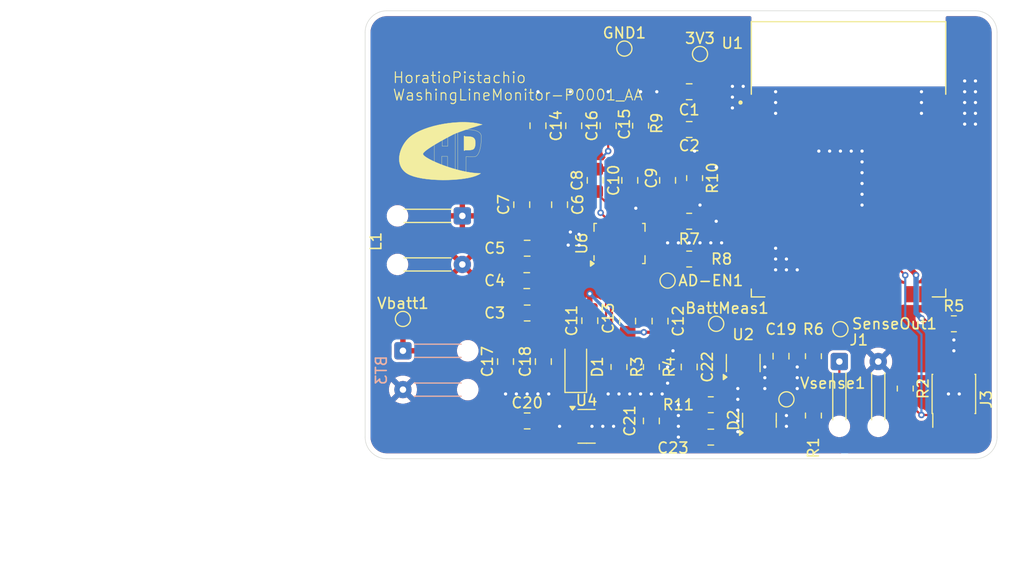
<source format=kicad_pcb>
(kicad_pcb (version 20241229) (generator "pcbnew") (generator_version "9.0")
  (title_block (title "WashingLineMonitor-P0001") (date "2025-09-14") (rev "AB") (company "Horatio Pistachio") (comment 1 "AA - Original") (comment 2 "AB - Updated from AI review"))
  (layers (0 "F.Cu" signal) (2 "B.Cu" signal) (13 "F.Paste" user) (15 "B.Paste" user) (5 "F.SilkS" user "F.Silkscreen") (7 "B.SilkS" user "B.Silkscreen") (1 "F.Mask" user) (3 "B.Mask" user) (25 "Edge.Cuts" user))
  (net 0 "")
  (net 1 "Vbatt")
  (net 2 "GND")
  (net 3 "3V3")
  (net 4 "Net-(C3-Pad1)")
  (net 5 "Net-(U6-AC1)")
  (net 6 "Net-(C6-Pad1)")
  (net 7 "Net-(U6-AC2)")
  (net 8 "Net-(U6-BOOT2)")
  (net 9 "Net-(U6-COMM2)")
  (net 10 "Net-(U6-CLAMP2)")
  (net 11 "Net-(U6-BOOT1)")
  (net 12 "Net-(U6-COMM1)")
  (net 13 "Net-(U6-CLAMP1)")
  (net 14 "Net-(U6-RECT)")
  (net 15 "Net-(D1-K)")
  (net 16 "TXD0")
  (net 17 "ESP_BOOT")
  (net 18 "RXD0")
  (net 19 "ESP_EN")
  (net 20 "SENSOR_PWR")
  (net 21 "Battery_Voltage")
  (net 22 "Net-(U6-ILIM)")
  (net 23 "Net-(U6-TERM)")
  (net 24 "NTC_BATT")
  (net 25 "Net-(U6-~{AD-EN})")
  (net 33 "QI_EN2")
  (net 35 "OP_AMP_POWER")
  (net 37 "SENSOR_OUTPUT")
  (net 39 "CHARGE_STATUS")
  (net 59 "Net-(U2--)")
  (net 60 "/Moisture Sensor/Vsens")
  (footprint "Resistor_SMD:R_0805_2012Metric_Pad1.20x1.40mm_HandSolder" (layer "F.Cu") (at 78.5 51.5 -90)
    (property "Reference" "R1")
    (property "Value" "500k")
  )
  (footprint "Capacitor_SMD:C_0805_2012Metric_Pad1.18x1.45mm_HandSolder" (layer "F.Cu") (at 67 21.5 180)
    (property "Reference" "C1")
    (property "Value" "22uF")
  )
  (footprint "Capacitor_SMD:C_0805_2012Metric_Pad1.18x1.45mm_HandSolder" (layer "F.Cu") (at 53.5 46.5 90)
    (property "Reference" "C18")
    (property "Value" "1uF")
  )
  (footprint "Capacitor_SMD:C_0805_2012Metric_Pad1.18x1.45mm_HandSolder" (layer "F.Cu") (at 52 36)
    (property "Reference" "C5")
    (property "Value" "10uF")
  )
  (footprint "Capacitor_SMD:C_0805_2012Metric_Pad1.18x1.45mm_HandSolder" (layer "F.Cu") (at 65 29.71 90)
    (property "Reference" "C9")
    (property "Value" "470nF")
  )
  (footprint "TestPoint:TestPoint_Pad_D1.0mm" (layer "F.Cu") (at 69.5 43)
    (property "Reference" "BattMeas1")
    (property "Value" "TestPoint")
  )
  (footprint "Capacitor_SMD:C_0805_2012Metric_Pad1.18x1.45mm_HandSolder" (layer "F.Cu") (at 75.5 46 -90)
    (property "Reference" "C19")
    (property "Value" "100nF")
  )
  (footprint "Capacitor_SMD:C_0805_2012Metric_Pad1.18x1.45mm_HandSolder" (layer "F.Cu") (at 69 53.5 180)
    (property "Reference" "C23")
    (property "Value" "100nF")
  )
  (footprint "Capacitor_SMD:C_0805_2012Metric_Pad1.18x1.45mm_HandSolder" (layer "F.Cu") (at 67 47 -90)
    (property "Reference" "C22")
    (property "Value" "10nF")
  )
  (footprint "Resistor_SMD:R_0805_2012Metric_Pad1.20x1.40mm_HandSolder" (layer "F.Cu") (at 62.5 24.65 90)
    (property "Reference" "R9")
    (property "Value" "20k")
  )
  (footprint "Resistor_SMD:R_0805_2012Metric_Pad1.20x1.40mm_HandSolder" (layer "F.Cu") (at 60.5 47 -90)
    (property "Reference" "R3")
    (property "Value" "500k")
  )
  (footprint "TestPoint:TestPoint_Pad_D1.0mm" (layer "F.Cu") (at 81 43.5)
    (property "Reference" "SenseOut1")
    (property "Value" "TestPoint")
  )
  (footprint "Package_DFN_QFN:Texas_VQFN-RHL-20" (layer "F.Cu") (at 60.55 35.56 90)
    (property "Reference" "U6")
    (property "Value" "BQ51050BRHL")
  )
  (footprint "Capacitor_SMD:C_0805_2012Metric_Pad1.18x1.45mm_HandSolder" (layer "F.Cu") (at 52 42)
    (property "Reference" "C3")
    (property "Value" "4.7uF")
  )
  (footprint "Resistor_SMD:R_0805_2012Metric_Pad1.20x1.40mm_HandSolder" (layer "F.Cu") (at 87 49 -90)
    (property "Reference" "R2")
    (property "Value" "10k")
  )
  (footprint "TestPoint:TestPoint_Pad_D1.0mm" (layer "F.Cu") (at 40.5 42.55)
    (property "Reference" "Vbatt1")
    (property "Value" "TestPoint")
  )
  (footprint "Capacitor_SMD:C_0805_2012Metric_Pad1.18x1.45mm_HandSolder" (layer "F.Cu") (at 57.8 42.71 90)
    (property "Reference" "C11")
    (property "Value" "10nF")
  )
  (footprint "Capacitor_SMD:C_0805_2012Metric_Pad1.18x1.45mm_HandSolder" (layer "F.Cu") (at 61.3 42.7475 -90)
    (property "Reference" "C13")
    (property "Value" "22nF")
  )
  (footprint "Diode_SMD:D_SOD-123" (layer "F.Cu") (at 56.5 47 90)
    (property "Reference" "D1")
    (property "Value" "MBR0530")
  )
  (footprint "Connector_Wire:SolderWire-0.1sqmm_1x02_P3.6mm_D0.4mm_OD1mm_Relief" (layer "F.Cu") (at 80.9 46.5)
    (property "Reference" "J1")
    (property "Value" "Conn_01x02_Socket")
  )
  (footprint "Resistor_SMD:R_0805_2012Metric_Pad1.20x1.40mm_HandSolder" (layer "F.Cu") (at 67.5 29.5 -90)
    (property "Reference" "R10")
    (property "Value" "10k")
  )
  (footprint "TestPoint:TestPoint_Pad_D1.0mm" (layer "F.Cu") (at 68 18)
    (property "Reference" "3V3")
    (property "Value" "TestPoint")
  )
  (footprint "TestPoint:TestPoint_Pad_D1.0mm" (layer "F.Cu") (at 76 50)
    (property "Reference" "Vsense1")
    (property "Value" "TestPoint")
  )
  (footprint "Capacitor_SMD:C_0805_2012Metric_Pad1.18x1.45mm_HandSolder" (layer "F.Cu") (at 53 24.65 -90)
    (property "Reference" "C14")
    (property "Value" "10uF")
  )
  (footprint "Capacitor_SMD:C_0805_2012Metric_Pad1.18x1.45mm_HandSolder" (layer "F.Cu") (at 67 25 180)
    (property "Reference" "C2")
    (property "Value" "100nF")
  )
  (footprint "Capacitor_SMD:C_0805_2012Metric_Pad1.18x1.45mm_HandSolder" (layer "F.Cu") (at 51.9625 39)
    (property "Reference" "C4")
    (property "Value" "4.7uF")
  )
  (footprint "Resistor_SMD:R_0805_2012Metric_Pad1.20x1.40mm_HandSolder" (layer "F.Cu") (at 69 50.5)
    (property "Reference" "R11")
    (property "Value" "500k")
  )
  (footprint "TestPoint:TestPoint_Pad_D1.0mm" (layer "F.Cu") (at 61 17.5)
    (property "Reference" "GND1")
    (property "Value" "TestPoint")
  )
  (footprint "TestPoint:TestPoint_Pad_D1.0mm" (layer "F.Cu") (at 65 39)
    (property "Reference" "AD-EN1")
    (property "Value" "TestPoint")
  )
  (footprint "Resistor_SMD:R_0805_2012Metric_Pad1.20x1.40mm_HandSolder" (layer "F.Cu") (at 91.5 43)
    (property "Reference" "R5")
    (property "Value" "10k")
  )
  (footprint "Capacitor_SMD:C_0805_2012Metric_Pad1.18x1.45mm_HandSolder" (layer "F.Cu") (at 51.5 31.9625 90)
    (property "Reference" "C7")
    (property "Value" "1nF")
  )
  (footprint "Resistor_SMD:R_0805_2012Metric_Pad1.20x1.40mm_HandSolder" (layer "F.Cu") (at 78.5 46 90)
    (property "Reference" "R6")
    (property "Value" "100")
  )
  (footprint "Package_TO_SOT_SMD:SOT-23-5" (layer "F.Cu") (at 72 46.6375 90)
    (property "Reference" "U2")
    (property "Value" "TLV2371DBV")
  )
  (footprint "Capacitor_SMD:C_0805_2012Metric_Pad1.18x1.45mm_HandSolder" (layer "F.Cu") (at 50 46.5 90)
    (property "Reference" "C17")
    (property "Value" "100nF")
  )
  (footprint "Capacitor_SMD:C_0805_2012Metric_Pad1.18x1.45mm_HandSolder" (layer "F.Cu") (at 55 31.9625 -90)
    (property "Reference" "C6")
    (property "Value" "1nF")
  )
  (footprint "Capacitor_SMD:C_0805_2012Metric_Pad1.18x1.45mm_HandSolder" (layer "F.Cu") (at 52 52)
    (property "Reference" "C20")
    (property "Value" "1uF")
  )
  (footprint "Capacitor_SMD:C_0805_2012Metric_Pad1.18x1.45mm_HandSolder" (layer "F.Cu") (at 59.5 24.65 -90)
    (property "Reference" "C15")
    (property "Value" "10uF")
  )
  (footprint "Capacitor_SMD:C_0805_2012Metric_Pad1.18x1.45mm_HandSolder" (layer "F.Cu") (at 63.5 52 -90)
    (property "Reference" "C21")
    (property "Value" "1uF")
  )
  (footprint "Resistor_SMD:R_0805_2012Metric_Pad1.20x1.40mm_HandSolder" (layer "F.Cu") (at 63.5 47 -90)
    (property "Reference" "R4")
    (property "Value" "500k")
  )
  (footprint "Resistor_SMD:R_0805_2012Metric_Pad1.20x1.40mm_HandSolder" (layer "F.Cu") (at 67 37 180)
    (property "Reference" "R8")
    (property "Value" "2.4k")
  )
  (footprint "Capacitor_SMD:C_0805_2012Metric_Pad1.18x1.45mm_HandSolder" (layer "F.Cu") (at 64.3 42.7475 -90)
    (property "Reference" "C12")
    (property "Value" "470nF")
  )
  (footprint "Capacitor_SMD:C_0805_2012Metric_Pad1.18x1.45mm_HandSolder" (layer "F.Cu") (at 61.5 29.71 90)
    (property "Reference" "C10")
    (property "Value" "22nF")
  )
  (footprint "Package_TO_SOT_SMD:SOT-23-5" (layer "F.Cu") (at 57.5 52.5)
    (property "Reference" "U4")
    (property "Value" "AP2112K-3.3")
  )
  (footprint "Capacitor_SMD:C_0805_2012Metric_Pad1.18x1.45mm_HandSolder" (layer "F.Cu") (at 56.31 24.65 -90)
    (property "Reference" "C16")
    (property "Value" "100nF")
  )
  (footprint "Connector_PinHeader_1.27mm:PinHeader_2x03_P1.27mm_Vertical_SMD" (layer "F.Cu") (at 91.5 49.5 90)
    (property "Reference" "J3")
    (property "Value" "Conn_02x03_Odd_Even")
  )
  (footprint "Hydro_footprints:ESP32-S2-SOLO-N4" (layer "F.Cu") (at 81.75 27.76)
    (property "Reference" "U1")
    (property "Value" "ESP32-S2-SOLO-2-N4")
  )
  (footprint "Package_TO_SOT_SMD:SOT-23" (layer "F.Cu") (at 73.5 51.9375 90)
    (property "Reference" "D2")
    (property "Value" "BZX84C3V3-7-F")
  )
  (footprint "Connector_Wire:SolderWire-0.1sqmm_1x02_P3.6mm_D0.4mm_OD1mm_Relief" (layer "F.Cu") (at 46 33 -90)
    (property "Reference" "L1")
    (property "Value" "WR483245-15F5-G")
  )
  (footprint "Capacitor_SMD:C_0805_2012Metric_Pad1.18x1.45mm_HandSolder" (layer "F.Cu") (at 58.3 29.71 90)
    (property "Reference" "C8")
    (property "Value" "10nF")
  )
  (footprint "Resistor_SMD:R_0805_2012Metric_Pad1.20x1.40mm_HandSolder" (layer "F.Cu") (at 67 33.5 180)
    (property "Reference" "R7")
    (property "Value" "430")
  )
  (footprint "Connector_Wire:SolderWire-0.1sqmm_1x02_P3.6mm_D0.4mm_OD1mm_Relief" (layer "B.Cu") (at 40.5 45.5 -90)
    (property "Reference" "BT3")
    (property "Value" "Battery_Cell")
  )
  (gr_curve (pts (xy 46.176412 25.642501) (xy 46.820075 25.636399) (xy 47.02112 25.684281) (xy 47.14314 25.896293)) (stroke (width 0.026499)) (layer "F.SilkS"))
  (gr_line (start 46.188458 25.628736) (end 46.188458 26.930276) (layer "F.SilkS"))
  (gr_curve (pts (xy 47.14314 25.896293) (xy 47.257215 26.094499) (xy 47.238821 26.756214) (xy 46.97412 26.848382)) (stroke (width 0.026499)) (layer "F.SilkS"))
  (gr_poly (pts (xy 46.397748 25.642958) (xy 46.494187 25.645488) (xy 46.581849 25.649768) (xy 46.661269 25.655957) (xy 46.732977 25.664219) (xy 46.797508 25.674715) (xy 46.855392 25.687604) (xy 46.907164 25.70305) (xy 46.953355 25.721214) (xy 46.994499 25.742256) (xy 47.031127 25.766338) (xy 47.063773 25.793621) (xy 47.092968 25.824267) (xy 47.119247 25.858437) (xy 47.14314 25.896293) (xy 47.153443 25.916201) (xy 47.162949 25.938636) (xy 47.179487 25.99033) (xy 47.192586 26.04986) (xy 47.20208 26.115714) (xy 47.207802 26.186378) (xy 47.209586 26.26034) (xy 47.207265 26.336086) (xy 47.200671 26.412102) (xy 47.189639 26.486875) (xy 47.174001 26.558893) (xy 47.153591 26.626642) (xy 47.141544 26.658442) (xy 47.128242 26.688608) (xy 47.113663 26.716949) (xy 47.097787 26.743278) (xy 47.080593 26.767404) (xy 47.06206 26.789139) (xy 47.042167 26.808294) (xy 47.020893 26.824678) (xy 46.998218 26.838104) (xy 46.97412 26.848382) (xy 46.918284 26.86629) (xy 46.86312 26.881086) (xy 46.808655 26.893041) (xy 46.754918 26.902431) (xy 46.701934 26.909527) (xy 46.649733 26.914603) (xy 46.598341 26.917933) (xy 46.547785 26.919789) (xy 46.449295 26.920173) (xy 46.354481 26.917942) (xy 46.263564 26.91528) (xy 46.176762 26.914374) (xy 46.176412 25.642501)) (fill yes) (layer "F.SilkS"))
  (gr_poly (pts (xy 46.621464 24.33971) (xy 47.056224 24.380239) (xy 47.465663 24.445992) (xy 47.844343 24.537871) (xy 47.506468 24.639707) (xy 46.71608 24.887729) (xy 46.255834 25.039615) (xy 45.808029 25.195714) (xy 45.414521 25.345247) (xy 45.251209 25.414183) (xy 45.117167 25.477436) (xy 44.423712 25.843417) (xy 43.970396 26.0944) (xy 43.503251 26.365309) (xy 43.065198 26.637092) (xy 42.870496 26.767357) (xy 42.699162 26.890696) (xy 42.556563 27.004728) (xy 42.448063 27.107071) (xy 42.408278 27.153115) (xy 42.379029 27.195344) (xy 42.360988 27.233459) (xy 42.354826 27.267164) (xy 42.364392 27.308812) (xy 42.392532 27.355764) (xy 42.438402 27.407581) (xy 42.501161 27.463826) (xy 42.67398 27.587847) (xy 42.904257 27.724326) (xy 43.185259 27.869759) (xy 43.510253 28.020644) (xy 43.872506 28.17348) (xy 44.265285 28.324763) (xy 44.681857 28.470992) (xy 45.11549 28.608664) (xy 45.559451 28.734276) (xy 46.007006 28.844327) (xy 46.451424 28.935314) (xy 46.88597 29.003734) (xy 47.303913 29.046086) (xy 47.504554 29.056391) (xy 47.698519 29.058866) (xy 47.604849 29.125164) (xy 47.493827 29.1879) (xy 47.223819 29.302538) (xy 46.89668 29.402479) (xy 46.5206 29.487418) (xy 46.103764 29.557054) (xy 45.654359 29.611083) (xy 45.180572 29.649202) (xy 44.690591 29.671108) (xy 44.192602 29.676498) (xy 43.694793 29.66507) (xy 43.20535 29.63652) (xy 42.73246 29.590545) (xy 42.284311 29.526843) (xy 41.869088 29.44511) (xy 41.49498 29.345044) (xy 41.170174 29.226341) (xy 41.027514 29.158701) (xy 40.896777 29.084179) (xy 40.777685 29.003189) (xy 40.66996 28.916144) (xy 40.573323 28.823456) (xy 40.487496 28.725538) (xy 40.412202 28.622805) (xy 40.347163 28.515668) (xy 40.2921 28.404542) (xy 40.246735 28.289838) (xy 40.210791 28.171971) (xy 40.183989 28.051353) (xy 40.166051 27.928397) (xy 40.1567 27.803516) (xy 40.155657 27.677124) (xy 40.162644 27.549634) (xy 40.177383 27.421458) (xy 40.199596 27.29301) (xy 40.229005 27.164703) (xy 40.265332 27.03695) (xy 40.3083 26.910164) (xy 40.357629 26.784759) (xy 40.413042 26.661146) (xy 40.474261 26.53974) (xy 40.541008 26.420953) (xy 40.613004 26.305199) (xy 40.689973 26.19289) (xy 40.771635 26.08444) (xy 40.857713 25.980262) (xy 40.947928 25.880768) (xy 41.042003 25.786373) (xy 41.13966 25.697489) (xy 41.268187 25.59324) (xy 41.408737 25.492251) (xy 41.723186 25.300502) (xy 42.077571 25.123145) (xy 42.466451 24.961083) (xy 42.884391 24.815217) (xy 43.325951 24.686452) (xy 43.785694 24.575688) (xy 44.258181 24.48383) (xy 44.737976 24.41178) (xy 45.21964 24.36044) (xy 45.697734 24.330714) (xy 46.166821 24.323503)) (stroke (width 0.026458)) (fill yes) (layer "F.SilkS"))
  (gr_poly (pts (xy 46.436342 25.016145) (xy 46.613991 25.019241) (xy 46.713972 25.022993) (xy 46.815332 25.029944) (xy 46.916974 25.04054) (xy 47.017796 25.055228) (xy 47.116701 25.074452) (xy 47.212589 25.098659) (xy 47.30436 25.128294) (xy 47.390917 25.163804) (xy 47.47116 25.205634) (xy 47.50857 25.229058) (xy 47.543989 25.25423) (xy 47.57728 25.281204) (xy 47.608306 25.310037) (xy 47.636928 25.340785) (xy 47.663011 25.373503) (xy 47.686416 25.408246) (xy 47.707005 25.445071) (xy 47.724643 25.484034) (xy 47.73919 25.525189) (xy 47.75051 25.568594) (xy 47.758466 25.614302) (xy 47.76292 25.662372) (xy 47.763734 25.712857) (xy 47.754121 25.961001) (xy 47.731477 26.2461) (xy 47.713933 26.395761) (xy 47.691527 26.546565) (xy 47.663726 26.695814) (xy 47.629995 26.84081) (xy 47.589799 26.978853) (xy 47.542605 27.107245) (xy 47.487878 27.223288) (xy 47.457522 27.275836) (xy 47.425083 27.324284) (xy 47.390493 27.368295) (xy 47.353685 27.407533) (xy 47.314594 27.44166) (xy 47.273152 27.470338) (xy 47.229292 27.49323) (xy 47.182947 27.51) (xy 47.134051 27.520309) (xy 47.082537 27.52382) (xy 46.918833 27.526073) (xy 46.701745 27.525566) (xy 46.591348 27.523591) (xy 46.489405 27.520102) (xy 46.403181 27.514824) (xy 46.368235 27.511429) (xy 46.339944 27.507483) (xy 46.339941 27.507483) (xy 46.336131 29.35749) (xy 45.578433 29.337662) (xy 45.578433 25.019241) (xy 45.922299 25.015196) (xy 46.256533 25.014691)) (stroke (width 0.026458)) (fill no) (layer "F.SilkS"))
  (gr_line (start 46.188458 25.628736) (end 46.188458 26.930276) (stroke (width 0.026499)) (layer "F.SilkS"))
  (gr_curve (pts (xy 46.97412 26.848382) (xy 46.674584 26.952679) (xy 46.402549 26.912506) (xy 46.176762 26.914374)) (stroke (width 0.026499)) (layer "F.SilkS"))
  (gr_poly (pts (xy 45.330704 28.86963) (xy 44.629636 28.668295) (xy 44.629636 27.486212) (xy 44.091656 27.486212) (xy 44.091656 28.637789) (xy 43.896953 28.637789) (xy 43.414088 28.637789) (xy 43.41277 26.966079) (xy 43.420189 25.294404) (xy 44.136417 25.294404) (xy 44.136417 26.545123) (xy 44.655521 26.545123) (xy 44.655521 25.141877) (xy 45.330704 25.141877)) (stroke (width 0.026458)) (fill no) (layer "F.SilkS"))
  (gr_arc (start 37 16) (mid 37.585786 14.585786) (end 39 14) (stroke (width 0.05)) (layer "Edge.Cuts"))
  (gr_arc (start 39 55.5) (mid 37.585786 54.914214) (end 37 53.5) (stroke (width 0.05)) (layer "Edge.Cuts"))
  (gr_line (start 93.5 55.5) (end 39 55.5) (stroke (width 0.05)) (layer "Edge.Cuts"))
  (gr_line (start 95.5 16) (end 95.5 53.5) (stroke (width 0.05)) (layer "Edge.Cuts"))
  (gr_arc (start 95.5 53.5) (mid 94.914214 54.914214) (end 93.5 55.5) (stroke (width 0.05)) (layer "Edge.Cuts"))
  (gr_line (start 39 14) (end 93.5 14) (stroke (width 0.05)) (layer "Edge.Cuts"))
  (gr_line (start 37 53.5) (end 37 16) (stroke (width 0.05)) (layer "Edge.Cuts"))
  (gr_arc (start 93.5 14) (mid 94.914214 14.585786) (end 95.5 16) (stroke (width 0.05)) (layer "Edge.Cuts"))
  (gr_text "HoratioPistachio\nWashingLineMonitor-P0001_AA" (at 39.5 21 0) (layer "F.SilkS") (effects (font (size 1 1) (thickness 0.1)) (justify left)))
  (segment (start 59.8 43.71) (end 59.3 44.21) (width 0.3) (layer "F.Cu") (net 1))
  (segment (start 59.8 37.21) (end 59.8 43.71) (width 0.3) (layer "F.Cu") (net 1))
  (segment (start 40.5 42.735) (end 40.5 45.5) (width 0.3) (layer "F.Cu") (net 1))
  (segment (start 62.056265 32.453735) (end 61.3 33.21) (width 0.2) (layer "F.Cu") (net 2))
  (segment (start 57.375 35.285) (end 57.3 35.21) (width 0.2) (layer "F.Cu") (net 2))
  (segment (start 62.59 37.5) (end 64 37.5) (width 0.2) (layer "F.Cu") (net 2))
  (segment (start 58.4 36.31) (end 56.9 36.31) (width 0.2) (layer "F.Cu") (net 2))
  (segment (start 63.285 35.285) (end 63.5 35.5) (width 0.2) (layer "F.Cu") (net 2))
  (segment (start 61.3 33.21) (end 61.3 33.91) (width 0.2) (layer "F.Cu") (net 2))
  (segment (start 57.3 34.71) (end 57.4 34.81) (width 0.2) (layer "F.Cu") (net 2))
  (segment (start 57.425 35.835) (end 57.3 35.71) (width 0.2) (layer "F.Cu") (net 2))
  (segment (start 63.165 35.835) (end 62.7 35.835) (width 0.2) (layer "F.Cu") (net 2))
  (segment (start 56.8 36.21) (end 56.9 36.31) (width 0.2) (layer "F.Cu") (net 2))
  (segment (start 62.056265 32.292265) (end 62.056265 32.453735) (width 0.2) (layer "F.Cu") (net 2))
  (segment (start 58.4 35.285) (end 57.375 35.285) (width 0.2) (layer "F.Cu") (net 2))
  (segment (start 58.4 34.81) (end 57.4 34.81) (width 0.2) (layer "F.Cu") (net 2))
  (segment (start 62.3 37.21) (end 62.59 37.5) (width 0.2) (layer "F.Cu") (net 2))
  (segment (start 58.4 35.835) (end 57.425 35.835) (width 0.2) (layer "F.Cu") (net 2))
  (segment (start 63.5 35.5) (end 64.5 35.5) (width 0.2) (layer "F.Cu") (net 2))
  (segment (start 63.5 35.5) (end 63.165 35.835) (width 0.2) (layer "F.Cu") (net 2))
  (segment (start 62.7 35.285) (end 63.285 35.285) (width 0.2) (layer "F.Cu") (net 2))
  (via (at 67.5 27) (size 0.6) (drill 0.3) (layers "F.Cu" "B.Cu") (net 2))
  (via (at 83 27) (size 0.6) (drill 0.3) (layers "F.Cu" "B.Cu") (net 2))
  (via (at 62.5 21.5) (size 0.6) (drill 0.3) (layers "F.Cu" "B.Cu") (net 2))
  (via (at 50 49.5) (size 0.6) (drill 0.3) (layers "F.Cu" "B.Cu") (net 2))
  (via (at 92.5 23.5) (size 0.6) (drill 0.3) (layers "F.Cu" "B.Cu") (net 2))
  (via (at 66 50.5) (size 0.6) (drill 0.3) (layers "F.Cu" "B.Cu") (net 2))
  (via (at 59 52.5) (size 0.6) (drill 0.3) (layers "F.Cu" "B.Cu") (net 2))
  (via (at 75 21.5) (size 0.6) (drill 0.3) (layers "F.Cu" "B.Cu") (net 2))
  (via (at 65 48.5) (size 0.6) (drill 0.3) (layers "F.Cu" "B.Cu") (net 2))
  (via (at 69.5 33.5) (size 0.6) (drill 0.3) (layers "F.Cu" "B.Cu") (net 2))
  (via (at 76 38) (size 0.6) (drill 0.3) (layers "F.Cu" "B.Cu") (net 2))
  (via (at 68 35.5) (size 0.6) (drill 0.3) (layers "F.Cu" "B.Cu") (net 2))
  (via (at 70 35.5) (size 0.6) (drill 0.3) (layers "F.Cu" "B.Cu") (net 2))
  (via (at 58 52.5) (size 0.6) (drill 0.3) (layers "F.Cu" "B.Cu") (net 2))
  (via (at 77 47) (size 0.6) (drill 0.3) (layers "F.Cu" "B.Cu") (net 2))
  (via (at 69 35.5) (size 0.6) (drill 0.3) (layers "F.Cu" "B.Cu") (net 2))
  (via (at 91 49.5) (size 0.6) (drill 0.3) (layers "F.Cu" "B.Cu") (net 2))
  (via (at 71.5 52) (size 0.6) (drill 0.3) (layers "F.Cu" "B.Cu") (net 2))
  (via (at 77 49) (size 0.6) (drill 0.3) (layers "F.Cu" "B.Cu") (net 2))
  (via (at 55 52.5) (size 0.6) (drill 0.3) (layers "F.Cu" "B.Cu") (net 2))
  (via (at 71.5 51) (size 0.6) (drill 0.3) (layers "F.Cu" "B.Cu") (net 2))
  (via (at 56 34.5) (size 0.6) (drill 0.3) (layers "F.Cu" "B.Cu") (net 2))
  (via (at 77 38) (size 0.6) (drill 0.3) (layers "F.Cu" "B.Cu") (net 2))
  (via (at 56.8 34.71) (size 0.6) (drill 0.3) (layers "F.Cu" "B.Cu") (net 2))
  (via (at 76 37) (size 0.6) (drill 0.3) (layers "F.Cu" "B.Cu") (net 2))
  (via (at 68 32) (size 0.6) (drill 0.3) (layers "F.Cu" "B.Cu") (net 2))
  (via (at 61.5 49.5) (size 0.6) (drill 0.3) (layers "F.Cu" "B.Cu") (net 2))
  (via (at 74 47) (size 0.6) (drill 0.3) (layers "F.Cu" "B.Cu") (net 2))
  (via (at 71 23) (size 0.6) (drill 0.3) (layers "F.Cu" "B.Cu") (net 2))
  (via (at 65 47) (size 0.6) (drill 0.3) (layers "F.Cu" "B.Cu") (net 2))
  (via (at 54 49.5) (size 0.6) (drill 0.3) (layers "F.Cu" "B.Cu") (net 2))
  (via (at 74 49) (size 0.6) (drill 0.3) (layers "F.Cu" "B.Cu") (net 2))
  (via (at 82 27) (size 0.6) (drill 0.3) (layers "F.Cu" "B.Cu") (net 2))
  (via (at 83 29) (size 0.6) (drill 0.3) (layers "F.Cu" "B.Cu") (net 2))
  (via (at 63.5 49.5) (size 0.6) (drill 0.3) (layers "F.Cu" "B.Cu") (net 2))
  (via (at 92.5 24.5) (size 0.6) (drill 0.3) (layers "F.Cu" "B.Cu") (net 2))
  (via (at 75 37) (size 0.6) (drill 0.3) (layers "F.Cu" "B.Cu") (net 2))
  (via (at 75 22.5) (size 0.6) (drill 0.3) (layers "F.Cu" "B.Cu") (net 2))
  (via (at 66 35.5) (size 0.6) (drill 0.3) (layers "F.Cu" "B.Cu") (net 2))
  (via (at 91.5 45.5) (size 0.6) (drill 0.3) (layers "F.Cu" "B.Cu") (net 2))
  (via (at 91.5 44.5) (size 0.6) (drill 0.3) (layers "F.Cu" "B.Cu") (net 2))
  (via (at 52 49.5) (size 0.6) (drill 0.3) (layers "F.Cu" "B.Cu") (net 2))
  (via (at 88.5 23.5) (size 0.6) (drill 0.3) (layers "F.Cu" "B.Cu") (net 2))
  (via (at 92 49.5) (size 0.6) (drill 0.3) (layers "F.Cu" "B.Cu") (net 2))
  (via (at 80 27) (size 0.6) (drill 0.3) (layers "F.Cu" "B.Cu") (net 2))
  (via (at 93.5 22.5) (size 0.6) (drill 0.3) (layers "F.Cu" "B.Cu") (net 2))
  (via (at 71.5 53) (size 0.6) (drill 0.3) (layers "F.Cu" "B.Cu") (net 2))
  (via (at 59.5 21.5) (size 0.6) (drill 0.3) (layers "F.Cu" "B.Cu") (net 2))
  (via (at 76 52.5) (size 0.6) (drill 0.3) (layers "F.Cu" "B.Cu") (net 2))
  (via (at 60 52.5) (size 0.6) (drill 0.3) (layers "F.Cu" "B.Cu") (net 2))
  (via (at 92.5 21.5) (size 0.6) (drill 0.3) (layers "F.Cu" "B.Cu") (net 2))
  (via (at 83 32) (size 0.6) (drill 0.3) (layers "F.Cu" "B.Cu") (net 2))
  (via (at 60.5 49.5) (size 0.6) (drill 0.3) (layers "F.Cu" "B.Cu") (net 2))
  (via (at 83 28) (size 0.6) (drill 0.3) (layers "F.Cu" "B.Cu") (net 2))
  (via (at 62.056265 32.292265) (size 0.6) (drill 0.3) (layers "F.Cu" "B.Cu") (net 2))
  (via (at 66 53.5) (size 0.6) (drill 0.3) (layers "F.Cu" "B.Cu") (net 2))
  (via (at 75 23.5) (size 0.6) (drill 0.3) (layers "F.Cu" "B.Cu") (net 2))
  (via (at 75 38) (size 0.6) (drill 0.3) (layers "F.Cu" "B.Cu") (net 2))
  (via (at 64.5 49.5) (size 0.6) (drill 0.3) (layers "F.Cu" "B.Cu") (net 2))
  (via (at 88.5 22.5) (size 0.6) (drill 0.3) (layers "F.Cu" "B.Cu") (net 2))
  (via (at 71.5 50) (size 0.6) (drill 0.3) (layers "F.Cu" "B.Cu") (net 2))
  (via (at 66 52.5) (size 0.6) (drill 0.3) (layers "F.Cu" "B.Cu") (net 2))
  (via (at 51 49.5) (size 0.6) (drill 0.3) (layers "F.Cu" "B.Cu") (net 2))
  (via (at 65 35.5) (size 0.6) (drill 0.3) (layers "F.Cu" "B.Cu") (net 2))
  (via (at 55.8 35.71) (size 0.6) (drill 0.3) (layers "F.Cu" "B.Cu") (net 2))
  (via (at 79 27) (size 0.6) (drill 0.3) (layers "F.Cu" "B.Cu") (net 2))
  (via (at 71 21) (size 0.6) (drill 0.3) (layers "F.Cu" "B.Cu") (net 2))
  (via (at 59.5 49.5) (size 0.6) (drill 0.3) (layers "F.Cu" "B.Cu") (net 2))
  (via (at 71 22) (size 0.6) (drill 0.3) (layers "F.Cu" "B.Cu") (net 2))
  (via (at 72 21) (size 0.6) (drill 0.3) (layers "F.Cu" "B.Cu") (net 2))
  (via (at 83 31) (size 0.6) (drill 0.3) (layers "F.Cu" "B.Cu") (net 2))
  (via (at 56.8 35.71) (size 0.6) (drill 0.3) (layers "F.Cu" "B.Cu") (net 2))
  (via (at 93.5 21.5) (size 0.6) (drill 0.3) (layers "F.Cu" "B.Cu") (net 2))
  (via (at 71.5 49) (size 0.6) (drill 0.3) (layers "F.Cu" "B.Cu") (net 2))
  (via (at 88.5 21.5) (size 0.6) (drill 0.3) (layers "F.Cu" "B.Cu") (net 2))
  (via (at 83 30) (size 0.6) (drill 0.3) (layers "F.Cu" "B.Cu") (net 2))
  (via (at 74 48) (size 0.6) (drill 0.3) (layers "F.Cu" "B.Cu") (net 2))
  (via (at 66 51.5) (size 0.6) (drill 0.3) (layers "F.Cu" "B.Cu") (net 2))
  (via (at 92.5 20.5) (size 0.6) (drill 0.3) (layers "F.Cu" "B.Cu") (net 2))
  (via (at 76 51.5) (size 0.6) (drill 0.3) (layers "F.Cu" "B.Cu") (net 2))
  (via (at 64 21.5) (size 0.6) (drill 0.3) (layers "F.Cu" "B.Cu") (net 2))
  (via (at 67 35.5) (size 0.6) (drill 0.3) (layers "F.Cu" "B.Cu") (net 2))
  (via (at 93.5 23.5) (size 0.6) (drill 0.3) (layers "F.Cu" "B.Cu") (net 2))
  (via (at 56 21.5) (size 0.6) (drill 0.3) (layers "F.Cu" "B.Cu") (net 2))
  (via (at 93.5 24.5) (size 0.6) (drill 0.3) (layers "F.Cu" "B.Cu") (net 2))
  (via (at 65.5 45.5) (size 0.6) (drill 0.3) (layers "F.Cu" "B.Cu") (net 2))
  (via (at 75 36) (size 0.6) (drill 0.3) (layers "F.Cu" "B.Cu") (net 2))
  (via (at 62.5 49.5) (size 0.6) (drill 0.3) (layers "F.Cu" "B.Cu") (net 2))
  (via (at 53 21.5) (size 0.6) (drill 0.3) (layers "F.Cu" "B.Cu") (net 2))
  (via (at 93.5 20.5) (size 0.6) (drill 0.3) (layers "F.Cu" "B.Cu") (net 2))
  (via (at 81 27) (size 0.6) (drill 0.3) (layers "F.Cu" "B.Cu") (net 2))
  (via (at 69.5 28.5) (size 0.6) (drill 0.3) (layers "F.Cu" "B.Cu") (net 2))
  (via (at 53 49.5) (size 0.6) (drill 0.3) (layers "F.Cu" "B.Cu") (net 2))
  (via (at 77 48) (size 0.6) (drill 0.3) (layers "F.Cu" "B.Cu") (net 2))
  (via (at 92.5 22.5) (size 0.6) (drill 0.3) (layers "F.Cu" "B.Cu") (net 2))
  (segment (start 62.0125 51.55) (end 63.5 53.0375) (width 0.5) (layer "F.Cu") (net 3))
  (segment (start 58.6375 51.55) (end 62.0125 51.55) (width 0.5) (layer "F.Cu") (net 3))
  (segment (start 73 23.77) (end 69.2675 23.77) (width 0.5) (layer "F.Cu") (net 3))
  (segment (start 89 43) (end 88.5 42.5) (width 0.5) (layer "F.Cu") (net 3))
  (segment (start 83.051 50.449) (end 85.5 48) (width 0.5) (layer "F.Cu") (net 3))
  (segment (start 68 18.2) (end 68 21.4625) (width 0.5) (layer "F.Cu") (net 3))
  (segment (start 73.832 23.77) (end 73 23.77) (width 0.5) (layer "F.Cu") (net 3))
  (segment (start 77 26.938) (end 73.832 23.77) (width 0.5) (layer "F.Cu") (net 3))
  (segment (start 83.062075 33.5) (end 79 33.5) (width 0.5) (layer "F.Cu") (net 3))
  (segment (start 88 38.5) (end 88 38.437925) (width 0.5) (layer "F.Cu") (net 3))
  (segment (start 83.051 52.685281) (end 83.051 50.449) (width 0.5) (layer "F.Cu") (net 3))
  (segment (start 77 31.5) (end 77 26.938) (width 0.5) (layer "F.Cu") (net 3))
  (segment (start 68 21.4625) (end 68.0375 21.5) (width 0.5) (layer "F.Cu") (net 3))
  (segment (start 88 38.437925) (end 83.062075 33.5) (width 0.5) (layer "F.Cu") (net 3))
  (segment (start 79 33.5) (end 77 31.5) (width 0.5) (layer "F.Cu") (net 3))
  (segment (start 69.2675 23.77) (end 68.0375 25) (width 0.5) (layer "F.Cu") (net 3))
  (segment (start 80.987281 54.749) (end 83.051 52.685281) (width 0.5) (layer "F.Cu") (net 3))
  (segment (start 89.78 48) (end 90.23 47.55) (width 0.5) (layer "F.Cu") (net 3))
  (segment (start 63.5 53.0375) (end 65.2115 54.749) (width 0.5) (layer "F.Cu") (net 3))
  (segment (start 87 48) (end 89.78 48) (width 0.5) (layer "F.Cu") (net 3))
  (segment (start 90.5 43) (end 89 43) (width 0.5) (layer "F.Cu") (net 3))
  (segment (start 68.0375 21.5) (end 68.0375 25) (width 0.5) (layer "F.Cu") (net 3))
  (segment (start 65.2115 54.749) (end 80.987281 54.749) (width 0.5) (layer "F.Cu") (net 3))
  (segment (start 90.5 43) (end 90.5 47.28) (width 0.5) (layer "F.Cu") (net 3))
  (segment (start 85.5 48) (end 87 48) (width 0.5) (layer "F.Cu") (net 3))
  (segment (start 90.5 47.28) (end 90.23 47.55) (width 0.5) (layer "F.Cu") (net 3))
  (via (at 88.5 42.5) (size 0.6) (drill 0.3) (layers "F.Cu" "B.Cu") (net 3))
  (via (at 88 38.5) (size 0.6) (drill 0.3) (layers "F.Cu" "B.Cu") (net 3))
  (segment (start 88 42) (end 88 38.5) (width 0.5) (layer "B.Cu") (net 3))
  (segment (start 88.5 42.5) (end 88 42) (width 0.5) (layer "B.Cu") (net 3))
  (segment (start 64.3 43.785) (end 62.8 43.785) (width 0.3) (layer "F.Cu") (net 5))
  (segment (start 62.8 43.785) (end 61.3 43.785) (width 0.3) (layer "F.Cu") (net 5))
  (segment (start 58.8 37.21) (end 58.8 37.71) (width 0.3) (layer "F.Cu") (net 5))
  (segment (start 58.8 37.21) (end 57.8 37.21) (width 0.3) (layer "F.Cu") (net 5))
  (segment (start 58.8 37.71) (end 58.3 38.21) (width 0.3) (layer "F.Cu") (net 5))
  (via (at 62.8 43.785) (size 0.6) (drill 0.3) (layers "F.Cu" "B.Cu") (net 5))
  (via (at 57.8 40.21) (size 0.6) (drill 0.3) (layers "F.Cu" "B.Cu") (net 5))
  (segment (start 61.375 43.785) (end 62.8 43.785) (width 0.3) (layer "B.Cu") (net 5))
  (segment (start 57.8 40.21) (end 61.375 43.785) (width 0.3) (layer "B.Cu") (net 5))
  (segment (start 55 30.925) (end 51.5 30.925) (width 0.6) (layer "F.Cu") (net 6))
  (segment (start 58.6 33.71) (end 57.3 33.71) (width 0.3) (layer "F.Cu") (net 7))
  (segment (start 58.8 33.91) (end 57.95 33.06) (width 0.3) (layer "F.Cu") (net 7))
  (segment (start 58.8 33.91) (end 58.7 33.81) (width 0.3) (layer "F.Cu") (net 7))
  (segment (start 58.3 28.6725) (end 61.3 28.6725) (width 0.3) (layer "F.Cu") (net 7))
  (segment (start 64.3 28.6725) (end 61.3 28.6725) (width 0.3) (layer "F.Cu") (net 7))
  (segment (start 58.8 33.91) (end 58.6 33.71) (width 0.3) (layer "F.Cu") (net 7))
  (segment (start 59.8 33.91) (end 59.8 32.2475) (width 0.2) (layer "F.Cu") (net 8))
  (segment (start 59.8 32.2475) (end 58.3 30.7475) (width 0.2) (layer "F.Cu") (net 8))
  (segment (start 60.8 33.91) (end 60.8 32.7) (width 0.2) (layer "F.Cu") (net 9))
  (segment (start 61.864 31.636) (end 63.189348 31.636) (width 0.2) (layer "F.Cu") (net 9))
  (segment (start 64.077848 30.7475) (end 65 30.7475) (width 0.2) (layer "F.Cu") (net 9))
  (segment (start 60.8 32.7) (end 61.864 31.636) (width 0.2) (layer "F.Cu") (net 9))
  (segment (start 63.189348 31.636) (end 64.077848 30.7475) (width 0.2) (layer "F.Cu") (net 9))
  (segment (start 60.3 33.91) (end 60.3 31.7475) (width 0.2) (layer "F.Cu") (net 10))
  (segment (start 60.3 31.7475) (end 61.3 30.7475) (width 0.2) (layer "F.Cu") (net 10))
  (segment (start 59.3 42.2475) (end 57.8 43.7475) (width 0.2) (layer "F.Cu") (net 11))
  (segment (start 59.3 37.21) (end 59.3 42.2475) (width 0.2) (layer "F.Cu") (net 11))
  (segment (start 60.8 37.21) (end 60.8 39.21) (width 0.2) (layer "F.Cu") (net 12))
  (segment (start 60.8 39.21) (end 63.3 41.71) (width 0.2) (layer "F.Cu") (net 12))
  (segment (start 63.3 41.71) (end 64.3 41.71) (width 0.2) (layer "F.Cu") (net 12))
  (segment (start 61.3 41.71) (end 60.3 40.71) (width 0.2) (layer "F.Cu") (net 13))
  (segment (start 60.3 40.71) (end 60.3 37.21) (width 0.2) (layer "F.Cu") (net 13))
  (segment (start 62.4625 25.6875) (end 62.5 25.65) (width 0.2) (layer "F.Cu") (net 14))
  (segment (start 59.3 33.21) (end 58.8 32.71) (width 0.2) (layer "F.Cu") (net 14))
  (segment (start 59.3 33.91) (end 59.3 33.21) (width 0.2) (layer "F.Cu") (net 14))
  (segment (start 59.5 27) (end 59.5 25.6875) (width 0.2) (layer "F.Cu") (net 14))
  (segment (start 53 25.6875) (end 62.4625 25.6875) (width 0.2) (layer "F.Cu") (net 14))
  (via (at 59.5 27) (size 0.6) (drill 0.3) (layers "F.Cu" "B.Cu") (net 14))
  (via (at 58.8 32.71) (size 0.6) (drill 0.3) (layers "F.Cu" "B.Cu") (net 14))
  (segment (start 59.5 27.01) (end 58.8 27.71) (width 0.2) (layer "B.Cu") (net 14))
  (segment (start 59.5 27) (end 59.5 27.01) (width 0.2) (layer "B.Cu") (net 14))
  (segment (start 58.8 32.71) (end 58.8 27.71) (width 0.2) (layer "B.Cu") (net 14))
  (segment (start 56.3625 53.45) (end 54.4875 53.45) (width 0.5) (layer "F.Cu") (net 15))
  (segment (start 56.5 48.65) (end 56.5 51.4125) (width 0.5) (layer "F.Cu") (net 15))
  (segment (start 53.0375 52) (end 53.4875 51.55) (width 0.5) (layer "F.Cu") (net 15))
  (segment (start 53.4875 51.55) (end 56.3625 51.55) (width 0.5) (layer "F.Cu") (net 15))
  (segment (start 56.5 51.4125) (end 56.3625 51.55) (width 0.5) (layer "F.Cu") (net 15))
  (segment (start 54.4875 53.45) (end 53.0375 52) (width 0.5) (layer "F.Cu") (net 15))
  (segment (start 93.441 52.951) (end 93.842 52.55) (width 0.2) (layer "F.Cu") (net 16))
  (segment (start 91.45 26.31) (end 90.5 26.31) (width 0.2) (layer "F.Cu") (net 16))
  (segment (start 91.5 51.45) (end 91.5 52.352) (width 0.2) (layer "F.Cu") (net 16))
  (segment (start 92.099 52.951) (end 93.441 52.951) (width 0.2) (layer "F.Cu") (net 16))
  (segment (start 91.5 52.352) (end 92.099 52.951) (width 0.2) (layer "F.Cu") (net 16))
  (segment (start 93.842 28.702) (end 91.45 26.31) (width 0.2) (layer "F.Cu") (net 16))
  (segment (start 93.842 52.55) (end 93.842 28.702) (width 0.2) (layer "F.Cu") (net 16))
  (segment (start 92.5 41.01) (end 90.5 39.01) (width 0.2) (layer "F.Cu") (net 17))
  (segment (start 92.5 43) (end 92.5 41.01) (width 0.2) (layer "F.Cu") (net 17))
  (segment (start 92.5 43.5) (end 92.77 43.77) (width 0.2) (layer "F.Cu") (net 17))
  (segment (start 92.5 43) (end 92.5 43.5) (width 0.2) (layer "F.Cu") (net 17))
  (segment (start 92.5 43) (end 92.5 43.56) (width 0.2) (layer "F.Cu") (net 17))
  (segment (start 92.77 43.77) (end 92.77 47.55) (width 0.2) (layer "F.Cu") (net 17))
  (segment (start 92.08 27.58) (end 90.5 27.58) (width 0.2) (layer "F.Cu") (net 18))
  (segment (start 92.77 51.45) (end 93.441 50.779) (width 0.2) (layer "F.Cu") (net 18))
  (segment (start 93.441 28.941) (end 92.08 27.58) (width 0.2) (layer "F.Cu") (net 18))
  (segment (start 93.441 50.779) (end 93.441 28.941) (width 0.2) (layer "F.Cu") (net 18))
  (segment (start 76.391384 31.670616) (end 76.391384 27.108616) (width 0.2) (layer "F.Cu") (net 19))
  (segment (start 88.45 51.45) (end 87 50) (width 0.2) (layer "F.Cu") (net 19))
  (segment (start 88.5 51.45) (end 88.45 51.45) (width 0.2) (layer "F.Cu") (net 19))
  (segment (start 90.23 51.45) (end 88.5 51.45) (width 0.2) (layer "F.Cu") (net 19))
  (segment (start 87 38.5) (end 82.551 34.051) (width 0.2) (layer "F.Cu") (net 19))
  (segment (start 78.771768 34.051) (end 76.391384 31.670616) (width 0.2) (layer "F.Cu") (net 19))
  (segment (start 76.391384 27.108616) (end 74.322768 25.04) (width 0.2) (layer "F.Cu") (net 19))
  (segment (start 74.322768 25.04) (end 73 25.04) (width 0.2) (layer "F.Cu") (net 19))
  (segment (start 82.551 34.051) (end 78.771768 34.051) (width 0.2) (layer "F.Cu") (net 19))
  (via (at 88.5 51.45) (size 0.6) (drill 0.3) (layers "F.Cu" "B.Cu") (net 19))
  (via (at 87 38.5) (size 0.6) (drill 0.3) (layers "F.Cu" "B.Cu") (net 19))
  (segment (start 88.5 44) (end 87 42.5) (width 0.2) (layer "B.Cu") (net 19))
  (segment (start 88.5 51.45) (end 88.5 44) (width 0.2) (layer "B.Cu") (net 19))
  (segment (start 87 42.5) (end 87 38.5) (width 0.2) (layer "B.Cu") (net 19))
  (segment (start 78.5 52.5) (end 82.5 48.5) (width 0.2) (layer "F.Cu") (net 20))
  (segment (start 79.845 40.845) (end 79.845 40.26) (width 0.2) (layer "F.Cu") (net 20))
  (segment (start 82.5 48) (end 82.5 43.5) (width 0.2) (layer "F.Cu") (net 20))
  (segment (start 82.5 48.5) (end 82.5 48) (width 0.2) (layer "F.Cu") (net 20))
  (segment (start 82.5 43.5) (end 79.845 40.845) (width 0.2) (layer "F.Cu") (net 20))
  (segment (start 69.5 43) (end 69.5 43.4625) (width 0.2) (layer "F.Cu") (net 21))
  (segment (start 60.5 48) (end 61.5 48) (width 0.2) (layer "F.Cu") (net 21))
  (segment (start 61.5 48) (end 63.5 46) (width 0.2) (layer "F.Cu") (net 21))
  (segment (start 64 46) (end 63.5 46) (width 0.2) (layer "F.Cu") (net 21))
  (segment (start 73 36.47) (end 72.468 36.47) (width 0.2) (layer "F.Cu") (net 21))
  (segment (start 72.468 36.47) (end 67 41.938) (width 0.2) (layer "F.Cu") (net 21))
  (segment (start 67 41.938) (end 67 43) (width 0.2) (layer "F.Cu") (net 21))
  (segment (start 67 45.9625) (end 67 43) (width 0.2) (layer "F.Cu") (net 21))
  (segment (start 69.5 43.4625) (end 67 45.9625) (width 0.2) (layer "F.Cu") (net 21))
  (segment (start 67 43) (end 64 46) (width 0.2) (layer "F.Cu") (net 21))
  (segment (start 62.5 33.71) (end 62.3 33.91) (width 0.2) (layer "F.Cu") (net 22))
  (segment (start 65.8 33.71) (end 62.5 33.71) (width 0.2) (layer "F.Cu") (net 22))
  (segment (start 64.4 36.31) (end 62.7 36.31) (width 0.2) (layer "F.Cu") (net 23))
  (segment (start 65.3 37.21) (end 64.4 36.31) (width 0.2) (layer "F.Cu") (net 23))
  (segment (start 65.8 37.21) (end 65.3 37.21) (width 0.2) (layer "F.Cu") (net 23))
  (segment (start 61.8 33.91) (end 61.8 33.592448) (width 0.2) (layer "F.Cu") (net 24))
  (segment (start 61.8 33.835) (end 61.8 33.442448) (width 0.2) (layer "F.Cu") (net 24))
  (segment (start 65.5 32.5) (end 67.5 30.5) (width 0.2) (layer "F.Cu") (net 24))
  (segment (start 61.8 33.442448) (end 62.742448 32.5) (width 0.2) (layer "F.Cu") (net 24))
  (segment (start 62.742448 32.5) (end 65.5 32.5) (width 0.2) (layer "F.Cu") (net 24))
  (segment (start 61.8 37.917106) (end 63.092894 39.21) (width 0.2) (layer "F.Cu") (net 25))
  (segment (start 61.8 37.21) (end 61.8 37.917106) (width 0.2) (layer "F.Cu") (net 25))
  (segment (start 63.092894 39.21) (end 65 39.21) (width 0.2) (layer "F.Cu") (net 25))
  (segment (start 70.15616 33.93) (end 69.48616 34.6) (width 0.2) (layer "F.Cu") (net 33))
  (segment (start 63.79 34.81) (end 62.7 34.81) (width 0.2) (layer "F.Cu") (net 33))
  (segment (start 69.48616 34.6) (end 64 34.6) (width 0.2) (layer "F.Cu") (net 33))
  (segment (start 64 34.6) (end 63.79 34.81) (width 0.2) (layer "F.Cu") (net 33))
  (segment (start 73 33.93) (end 70.15616 33.93) (width 0.2) (layer "F.Cu") (net 33))
  (segment (start 77.305 41.695) (end 77.305 40.26) (width 0.2) (layer "F.Cu") (net 35))
  (segment (start 70 50.5) (end 70 51) (width 0.2) (layer "F.Cu") (net 35))
  (segment (start 71.05 45.5) (end 70 46.55) (width 0.2) (layer "F.Cu") (net 35))
  (segment (start 71.05 45.5) (end 73.55 43) (width 0.2) (layer "F.Cu") (net 35))
  (segment (start 73.55 43) (end 76 43) (width 0.2) (layer "F.Cu") (net 35))
  (segment (start 76 43) (end 77.305 41.695) (width 0.2) (layer "F.Cu") (net 35))
  (segment (start 70 46.55) (end 70 50.5) (width 0.2) (layer "F.Cu") (net 35))
  (segment (start 70 51) (end 70.0375 51.0375) (width 0.2) (layer "F.Cu") (net 35))
  (segment (start 70.0375 51.0375) (end 70.0375 53.5) (width 0.2) (layer "F.Cu") (net 35))
  (segment (start 80 43.5) (end 78.5 45) (width 0.2) (layer "F.Cu") (net 37))
  (segment (start 78.5 44.5) (end 78.575 44.425) (width 0.2) (layer "F.Cu") (net 37))
  (segment (start 75.5 44.9625) (end 78.4625 44.9625) (width 0.2) (layer "F.Cu") (net 37))
  (segment (start 80.5 43.5) (end 80 43.5) (width 0.2) (layer "F.Cu") (net 37))
  (segment (start 78.5 45) (end 78.5 44.5) (width 0.2) (layer "F.Cu") (net 37))
  (segment (start 78.4625 44.9625) (end 78.5 45) (width 0.2) (layer "F.Cu") (net 37))
  (segment (start 78.575 44.425) (end 78.575 40.26) (width 0.2) (layer "F.Cu") (net 37))
  (segment (start 78.95 40.635) (end 78.575 40.26) (width 0.2) (layer "F.Cu") (net 37))
  (segment (start 72.38616 35.2) (end 73 35.2) (width 0.2) (layer "F.Cu") (net 39))
  (segment (start 63.3 40.71) (end 66.87616 40.71) (width 0.2) (layer "F.Cu") (net 39))
  (segment (start 61.3 37.21) (end 61.3 38.71) (width 0.2) (layer "F.Cu") (net 39))
  (segment (start 66.87616 40.71) (end 72.38616 35.2) (width 0.2) (layer "F.Cu") (net 39))
  (segment (start 61.3 38.71) (end 63.3 40.71) (width 0.2) (layer "F.Cu") (net 39))
  (segment (start 71.05 47.4) (end 72.95 45.5) (width 0.2) (layer "F.Cu") (net 59))
  (segment (start 77.351 45.851) (end 78.5 47) (width 0.2) (layer "F.Cu") (net 59))
  (segment (start 72.95 45.5) (end 73.301 45.851) (width 0.2) (layer "F.Cu") (net 59))
  (segment (start 73.301 45.851) (end 77.351 45.851) (width 0.2) (layer "F.Cu") (net 59))
  (segment (start 71.05 47.775) (end 71.05 47.4) (width 0.2) (layer "F.Cu") (net 59))
  (segment (start 73.5 51) (end 72.95 50.45) (width 0.2) (layer "F.Cu") (net 60))
  (segment (start 80.9 48.1) (end 78.5 50.5) (width 0.2) (layer "F.Cu") (net 60))
  (segment (start 73.5 51) (end 74 50.5) (width 0.2) (layer "F.Cu") (net 60))
  (segment (start 74 50.5) (end 75 50.5) (width 0.2) (layer "F.Cu") (net 60))
  (segment (start 80.9 46.5) (end 80.9 48.1) (width 0.2) (layer "F.Cu") (net 60))
  (segment (start 76 50) (end 75.5 50.5) (width 0.2) (layer "F.Cu") (net 60))
  (segment (start 75.5 50.5) (end 75 50.5) (width 0.2) (layer "F.Cu") (net 60))
  (segment (start 75 50.5) (end 78.5 50.5) (width 0.2) (layer "F.Cu") (net 60))
  (segment (start 80.9 46.5) (end 80.4 46.5) (width 0.2) (layer "F.Cu") (net 60))
  (segment (start 72.95 50.45) (end 72.95 47.775) (width 0.2) (layer "F.Cu") (net 60))
  (zone (net 7) (net_name "Net-(U6-AC2)") (layer "F.Cu") (priority 1) (connect_pads (clearance 0.5)) (min_thickness 0.25) (fill yes (thermal_gap 0.5) (thermal_bridge_width 0.5))
    (polygon (pts (xy 39 35) (xy 56.5 35) (xy 57.5 34) (xy 61 34) (xy 61 28) (xy 39 28)))
  )
  (zone (net 5) (net_name "Net-(U6-AC1)") (layer "F.Cu") (priority 2) (connect_pads (clearance 0.25)) (min_thickness 0.25) (fill yes (thermal_gap 0.5) (thermal_bridge_width 0.5))
    (polygon (pts (xy 56 36) (xy 56 32.5) (xy 52.5 32.5) (xy 52.5 43.5) (xy 60 43.5) (xy 60 37)))
  )
  (zone (net 1) (net_name "Vbatt") (layer "F.Cu") (priority 4) (connect_pads (clearance 0.25)) (min_thickness 0.25) (fill yes (thermal_gap 0.5) (thermal_bridge_width 0.5))
    (polygon (pts (xy 39 47) (xy 61.5 47) (xy 61.5 43.5) (xy 39 43.5)))
  )
  (zone (net 4) (net_name "Net-(C3-Pad1)") (layer "F.Cu") (priority 1) (connect_pads (clearance 0.5)) (min_thickness 0.25) (fill yes (thermal_gap 0.5) (thermal_bridge_width 0.5))
    (polygon (pts (xy 39 35.5) (xy 52 35.5) (xy 52 43) (xy 39 43)))
  )
  (zone (net 2) (net_name "GND") (layer "F.Cu") (priority 3) (connect_pads (clearance 0.25)) (min_thickness 0.25) (fill yes (thermal_gap 0.5) (thermal_bridge_width 0.5))
    (polygon (pts (xy 58.8 34.21) (xy 58.8 36.71) (xy 55.3 36.21) (xy 55.3 35.21) (xy 55.5 34.21)))
  )
  (zone (net 2) (net_name "GND") (layers "F.Cu" "B.Cu") (connect_pads (clearance 0.25)) (min_thickness 0.25) (fill yes (thermal_gap 0.5) (thermal_bridge_width 0.5))
    (polygon (pts (xy 29 13) (xy 98 13) (xy 98 62.5) (xy 29 62.5)))
  )
)
</source>
